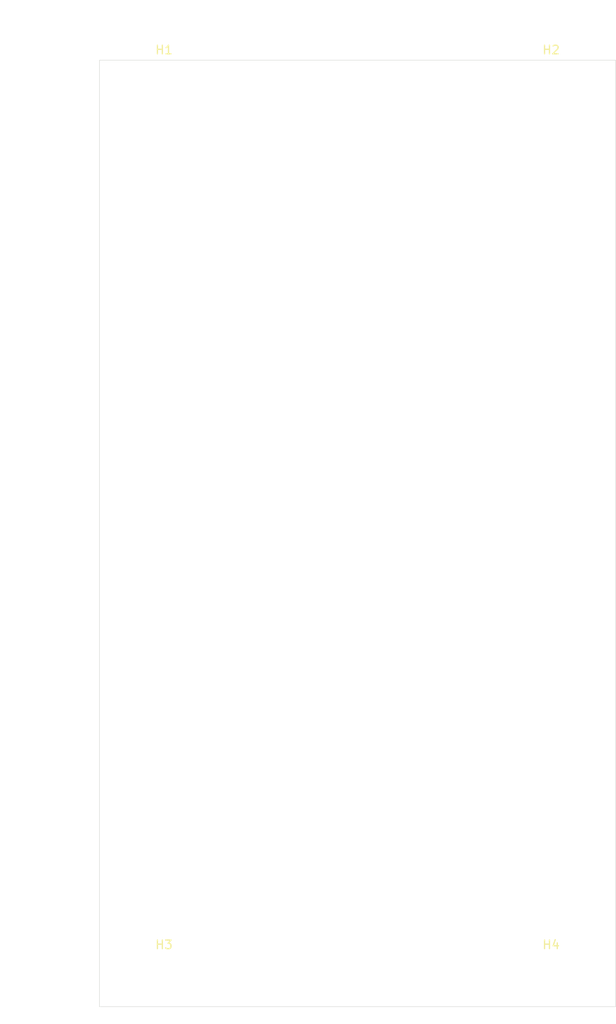
<source format=kicad_pcb>
(kicad_pcb (version 20221018) (generator pcbnew)
  (title_block (title "[Circuit]") (rev "V1.0") (company "Fleming Society") (comment 1 "2024/25 PCB Synthesiser Workshop"))
  (layers (0 "F.Cu" signal) (31 "B.Cu" signal) (34 "B.Paste" user) (35 "F.Paste" user) (36 "B.SilkS" user "B.Silkscreen") (37 "F.SilkS" user "F.Silkscreen") (38 "B.Mask" user) (39 "F.Mask" user) (44 "Edge.Cuts" user))
  (net 0 "")
  (net 1 "GND")
  (footprint "MountingHole:MountingHole_3.2mm_M3" (layer "F.Cu") (at 102.5 157)
    (fp_text reference "H4" (at 0 -4.2) (layer "F.SilkS"))
    (fp_text value "MountingHole")
    (pad "" np_thru_hole circle (at 0 0) (size 3.2 3.2) (drill 3.2) (layers "*.Cu" "*.Mask"))
  )
  (footprint "MountingHole:MountingHole_3.2mm_M3" (layer "F.Cu") (at 57.5 157)
    (fp_text reference "H3" (at 0 -4.2) (layer "F.SilkS"))
    (fp_text value "MountingHole")
    (pad "" np_thru_hole circle (at 0 0) (size 3.2 3.2) (drill 3.2) (layers "*.Cu" "*.Mask"))
  )
  (footprint "MountingHole:MountingHole_3.2mm_M3" (layer "F.Cu") (at 57.5 53)
    (fp_text reference "H1" (at 0 -4.2) (layer "F.SilkS"))
    (fp_text value "MountingHole")
    (pad "" np_thru_hole circle (at 0 0) (size 3.2 3.2) (drill 3.2) (layers "*.Cu" "*.Mask"))
  )
  (footprint "MountingHole:MountingHole_3.2mm_M3" (layer "F.Cu") (at 102.5 53)
    (fp_text reference "H2" (at 0 -4.2) (layer "F.SilkS"))
    (fp_text value "MountingHole")
    (pad "" np_thru_hole circle (at 0 0) (size 3.2 3.2) (drill 3.2) (layers "*.Cu" "*.Mask"))
  )
  (gr_rect (start 50 50) (end 110 160) (stroke (width 0.05)) (fill none) (layer "Edge.Cuts"))
)
</source>
